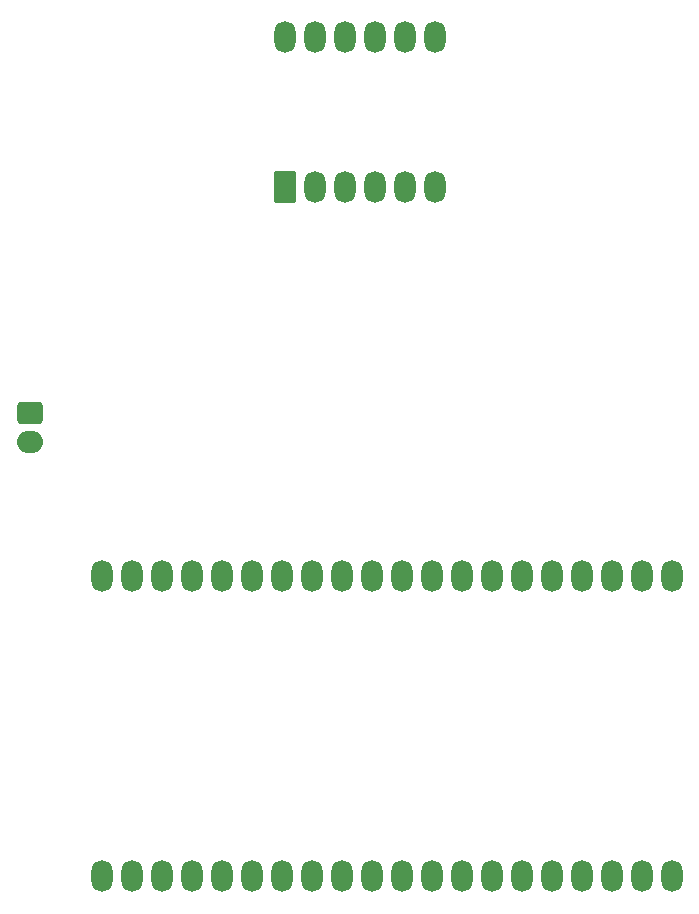
<source format=gbs>
%TF.GenerationSoftware,KiCad,Pcbnew,(6.0.5)*%
%TF.CreationDate,2022-07-14T21:33:15+08:00*%
%TF.ProjectId,thermometer,74686572-6d6f-46d6-9574-65722e6b6963,rev?*%
%TF.SameCoordinates,Original*%
%TF.FileFunction,Soldermask,Bot*%
%TF.FilePolarity,Negative*%
%FSLAX46Y46*%
G04 Gerber Fmt 4.6, Leading zero omitted, Abs format (unit mm)*
G04 Created by KiCad (PCBNEW (6.0.5)) date 2022-07-14 21:33:15*
%MOMM*%
%LPD*%
G01*
G04 APERTURE LIST*
G04 Aperture macros list*
%AMRoundRect*
0 Rectangle with rounded corners*
0 $1 Rounding radius*
0 $2 $3 $4 $5 $6 $7 $8 $9 X,Y pos of 4 corners*
0 Add a 4 corners polygon primitive as box body*
4,1,4,$2,$3,$4,$5,$6,$7,$8,$9,$2,$3,0*
0 Add four circle primitives for the rounded corners*
1,1,$1+$1,$2,$3*
1,1,$1+$1,$4,$5*
1,1,$1+$1,$6,$7*
1,1,$1+$1,$8,$9*
0 Add four rect primitives between the rounded corners*
20,1,$1+$1,$2,$3,$4,$5,0*
20,1,$1+$1,$4,$5,$6,$7,0*
20,1,$1+$1,$6,$7,$8,$9,0*
20,1,$1+$1,$8,$9,$2,$3,0*%
G04 Aperture macros list end*
%ADD10RoundRect,0.350000X-0.750000X0.600000X-0.750000X-0.600000X0.750000X-0.600000X0.750000X0.600000X0*%
%ADD11O,2.200000X1.900000*%
%ADD12RoundRect,0.100000X0.800000X-1.250000X0.800000X1.250000X-0.800000X1.250000X-0.800000X-1.250000X0*%
%ADD13O,1.800000X2.700000*%
G04 APERTURE END LIST*
D10*
%TO.C,J1*%
X56825000Y-108650000D03*
D11*
X56825000Y-111150000D03*
%TD*%
D12*
%TO.C,U4*%
X78450000Y-89550000D03*
D13*
X80990000Y-89550000D03*
X83530000Y-89550000D03*
X86070000Y-89550000D03*
X88610000Y-89550000D03*
X91150000Y-89550000D03*
X91150000Y-76850000D03*
X88610000Y-76850000D03*
X86070000Y-76850000D03*
X83530000Y-76850000D03*
X80990000Y-76850000D03*
X78450000Y-76850000D03*
%TD*%
%TO.C,U1*%
X62980000Y-122500000D03*
X65520000Y-122500000D03*
X68060000Y-122500000D03*
X70600000Y-122500000D03*
X73140000Y-122500000D03*
X75680000Y-122500000D03*
X78220000Y-122500000D03*
X80760000Y-122500000D03*
X83300000Y-122500000D03*
X85840000Y-122500000D03*
X88380000Y-122500000D03*
X90920000Y-122500000D03*
X93460000Y-122500000D03*
X96000000Y-122500000D03*
X98540000Y-122500000D03*
X101080000Y-122500000D03*
X103620000Y-122500000D03*
X106160000Y-122500000D03*
X108700000Y-122500000D03*
X111240000Y-122500000D03*
X111240000Y-147900000D03*
X108700000Y-147900000D03*
X106160000Y-147900000D03*
X103620000Y-147900000D03*
X101080000Y-147900000D03*
X98540000Y-147900000D03*
X96000000Y-147900000D03*
X93460000Y-147900000D03*
X90920000Y-147900000D03*
X88380000Y-147900000D03*
X85840000Y-147900000D03*
X83300000Y-147900000D03*
X80760000Y-147900000D03*
X78220000Y-147900000D03*
X75680000Y-147900000D03*
X73140000Y-147900000D03*
X70600000Y-147900000D03*
X68060000Y-147900000D03*
X65520000Y-147900000D03*
X62980000Y-147900000D03*
%TD*%
M02*

</source>
